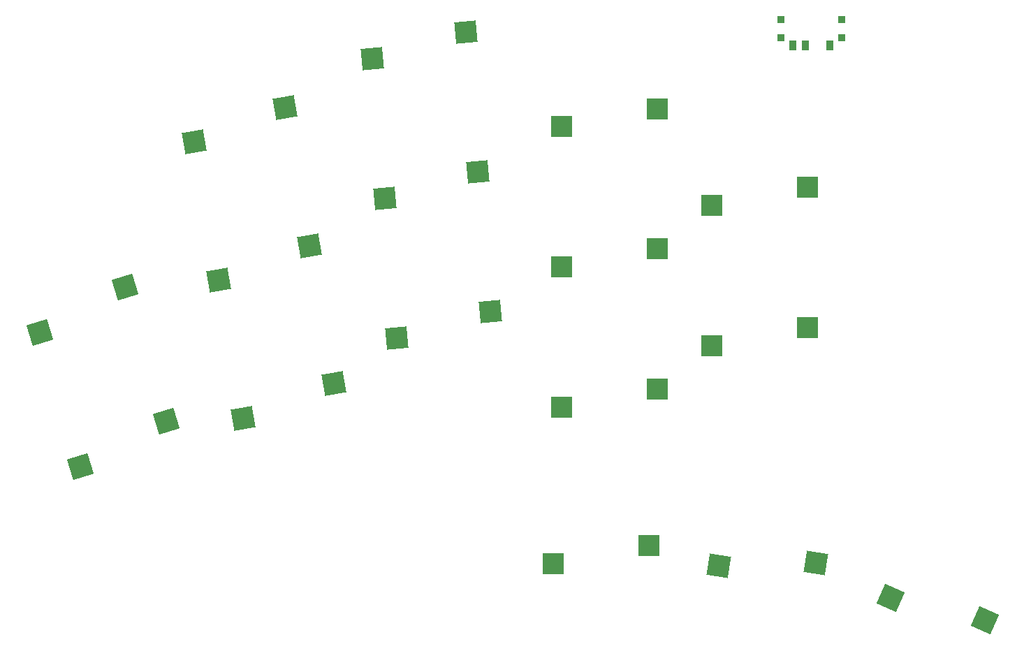
<source format=gtp>
%TF.GenerationSoftware,KiCad,Pcbnew,(6.0.4-0)*%
%TF.CreationDate,2022-07-25T11:59:58+02:00*%
%TF.ProjectId,battoota,62617474-6f6f-4746-912e-6b696361645f,v1.0.0*%
%TF.SameCoordinates,Original*%
%TF.FileFunction,Paste,Top*%
%TF.FilePolarity,Positive*%
%FSLAX46Y46*%
G04 Gerber Fmt 4.6, Leading zero omitted, Abs format (unit mm)*
G04 Created by KiCad (PCBNEW (6.0.4-0)) date 2022-07-25 11:59:58*
%MOMM*%
%LPD*%
G01*
G04 APERTURE LIST*
G04 Aperture macros list*
%AMRotRect*
0 Rectangle, with rotation*
0 The origin of the aperture is its center*
0 $1 length*
0 $2 width*
0 $3 Rotation angle, in degrees counterclockwise*
0 Add horizontal line*
21,1,$1,$2,0,0,$3*%
G04 Aperture macros list end*
%ADD10RotRect,2.600000X2.600000X10.000000*%
%ADD11RotRect,2.600000X2.600000X5.000000*%
%ADD12R,2.600000X2.600000*%
%ADD13R,0.900000X0.900000*%
%ADD14R,0.900000X1.250000*%
%ADD15RotRect,2.600000X2.600000X336.000000*%
%ADD16RotRect,2.600000X2.600000X17.000000*%
%ADD17RotRect,2.600000X2.600000X351.000000*%
G04 APERTURE END LIST*
D10*
%TO.C,S11*%
X73579148Y111173370D03*
X62586644Y107001157D03*
%TD*%
D11*
%TO.C,S15*%
X96965603Y103326959D03*
X85651297Y100128683D03*
%TD*%
D12*
%TO.C,S21*%
X118699790Y94027253D03*
X107149790Y91827254D03*
%TD*%
D13*
%TO.C,T1*%
X141068406Y119651838D03*
X133668406Y121851838D03*
X141068406Y121851838D03*
X133668406Y119651838D03*
D14*
X139618406Y118676838D03*
X136618406Y118676838D03*
X135118406Y118676838D03*
%TD*%
D12*
%TO.C,S31*%
X117675790Y58046253D03*
X106125790Y55846254D03*
%TD*%
%TO.C,S29*%
X136874494Y101494490D03*
X125324494Y99294491D03*
%TD*%
D15*
%TO.C,S33*%
X158409002Y49001576D03*
X146962732Y51689586D03*
%TD*%
D10*
%TO.C,S7*%
X79483186Y77689906D03*
X68490682Y73517693D03*
%TD*%
D16*
%TO.C,S5*%
X54234545Y89377492D03*
X43832442Y83896730D03*
%TD*%
D12*
%TO.C,S27*%
X136874494Y84494490D03*
X125324494Y82294491D03*
%TD*%
D10*
%TO.C,S9*%
X76531167Y94431638D03*
X65538663Y90259425D03*
%TD*%
D11*
%TO.C,S13*%
X98447251Y86391649D03*
X87132945Y83193373D03*
%TD*%
%TO.C,S17*%
X95483956Y120262269D03*
X84169650Y117063993D03*
%TD*%
D17*
%TO.C,S31*%
X137923849Y55961221D03*
X126171893Y55595126D03*
%TD*%
D16*
%TO.C,S3*%
X59204864Y73120311D03*
X48802761Y67639549D03*
%TD*%
D12*
%TO.C,S23*%
X118699790Y111027253D03*
X107149790Y108827254D03*
%TD*%
%TO.C,S19*%
X118699790Y77027253D03*
X107149790Y74827254D03*
%TD*%
M02*

</source>
